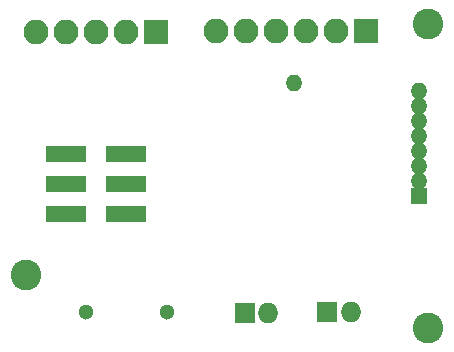
<source format=gbs>
G04 #@! TF.FileFunction,Soldermask,Bot*
%FSLAX46Y46*%
G04 Gerber Fmt 4.6, Leading zero omitted, Abs format (unit mm)*
G04 Created by KiCad (PCBNEW 4.0.4-stable) date Thursday, September 28, 2017 'AMt' 07:09:09 AM*
%MOMM*%
%LPD*%
G01*
G04 APERTURE LIST*
%ADD10C,0.100000*%
%ADD11R,3.400000X1.400000*%
%ADD12R,1.400000X1.400000*%
%ADD13O,1.400000X1.400000*%
%ADD14R,2.100000X2.100000*%
%ADD15O,2.100000X2.100000*%
%ADD16C,2.600000*%
%ADD17C,1.300000*%
%ADD18R,1.750000X1.750000*%
%ADD19O,1.750000X1.750000*%
G04 APERTURE END LIST*
D10*
D11*
X145380000Y-108760000D03*
X150420000Y-108760000D03*
X145380000Y-111300000D03*
X150420000Y-111300000D03*
X145380000Y-113840000D03*
X150420000Y-113840000D03*
D12*
X175300000Y-112290000D03*
D13*
X175300000Y-111020000D03*
X175300000Y-109750000D03*
X175300000Y-108480000D03*
X175300000Y-107210000D03*
X175300000Y-105940000D03*
X175300000Y-104670000D03*
X175300000Y-103400000D03*
X164700000Y-102745000D03*
D14*
X153000000Y-98400000D03*
D15*
X150460000Y-98400000D03*
X147920000Y-98400000D03*
X145380000Y-98400000D03*
X142840000Y-98400000D03*
D14*
X170800000Y-98300000D03*
D15*
X168260000Y-98300000D03*
X165720000Y-98300000D03*
X163180000Y-98300000D03*
X160640000Y-98300000D03*
X158100000Y-98300000D03*
D16*
X176000000Y-123500000D03*
X176000000Y-97700000D03*
D17*
X147100000Y-122100000D03*
X153900000Y-122100000D03*
D16*
X142000000Y-119000000D03*
D18*
X160500000Y-122200000D03*
D19*
X162500000Y-122200000D03*
D18*
X167500000Y-122150000D03*
D19*
X169500000Y-122150000D03*
M02*

</source>
